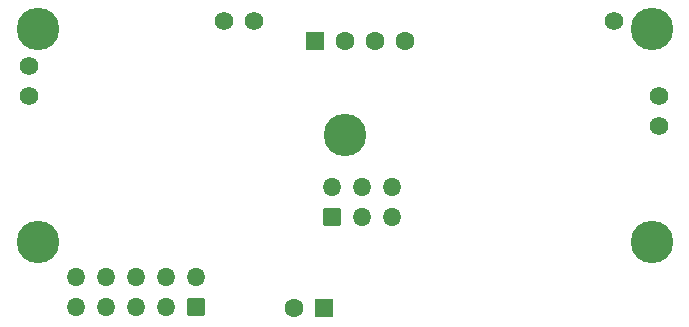
<source format=gbr>
%TF.GenerationSoftware,Altium Limited,Altium Designer,20.1.8 (145)*%
G04 Layer_Color=16711833*
%FSLAX45Y45*%
%MOMM*%
%TF.SameCoordinates,106D5BB1-83B8-4C97-8579-1C7B844FC3FF*%
%TF.FilePolarity,Negative*%
%TF.FileFunction,Soldermask,Bot*%
%TF.Part,Single*%
G01*
G75*
%TA.AperFunction,ViaPad*%
%ADD30C,3.60000*%
%TA.AperFunction,ComponentPad*%
%ADD38C,1.57600*%
%ADD39C,1.60000*%
G04:AMPARAMS|DCode=40|XSize=1.6mm|YSize=1.6mm|CornerRadius=0.2285mm|HoleSize=0mm|Usage=FLASHONLY|Rotation=0.000|XOffset=0mm|YOffset=0mm|HoleType=Round|Shape=RoundedRectangle|*
%AMROUNDEDRECTD40*
21,1,1.60000,1.14300,0,0,0.0*
21,1,1.14300,1.60000,0,0,0.0*
1,1,0.45700,0.57150,-0.57150*
1,1,0.45700,-0.57150,-0.57150*
1,1,0.45700,-0.57150,0.57150*
1,1,0.45700,0.57150,0.57150*
%
%ADD40ROUNDEDRECTD40*%
G04:AMPARAMS|DCode=41|XSize=1.576mm|YSize=1.526mm|CornerRadius=0.21925mm|HoleSize=0mm|Usage=FLASHONLY|Rotation=180.000|XOffset=0mm|YOffset=0mm|HoleType=Round|Shape=RoundedRectangle|*
%AMROUNDEDRECTD41*
21,1,1.57600,1.08750,0,0,180.0*
21,1,1.13750,1.52600,0,0,180.0*
1,1,0.43850,-0.56875,0.54375*
1,1,0.43850,0.56875,0.54375*
1,1,0.43850,0.56875,-0.54375*
1,1,0.43850,-0.56875,-0.54375*
%
%ADD41ROUNDEDRECTD41*%
%ADD42O,1.57600X1.52600*%
D30*
X2800000Y1700000D02*
D03*
X200000Y800000D02*
D03*
Y2600000D02*
D03*
X5400000D02*
D03*
Y800000D02*
D03*
D38*
X5080000Y2667000D02*
D03*
X127000Y2286000D02*
D03*
X5461000Y2032000D02*
D03*
Y1778000D02*
D03*
X2032000Y2667000D02*
D03*
X1778000D02*
D03*
X127000Y2032000D02*
D03*
D39*
X3308000Y2500000D02*
D03*
X3054000D02*
D03*
X2800000D02*
D03*
X2367280Y242570D02*
D03*
D40*
X2546000Y2500000D02*
D03*
X2621280Y242570D02*
D03*
D41*
X1540004Y247460D02*
D03*
X2693799Y1009917D02*
D03*
D42*
X1286004Y247460D02*
D03*
X1032004D02*
D03*
X778004D02*
D03*
X524004D02*
D03*
Y501460D02*
D03*
X778004D02*
D03*
X1032004D02*
D03*
X1286004D02*
D03*
X1540004D02*
D03*
X2947799Y1009918D02*
D03*
X3201799Y1009917D02*
D03*
Y1263917D02*
D03*
X2947799Y1263917D02*
D03*
X2693799Y1263917D02*
D03*
%TF.MD5,1c58f8ac96bede370c8fb264dfdcfa5e*%
M02*

</source>
